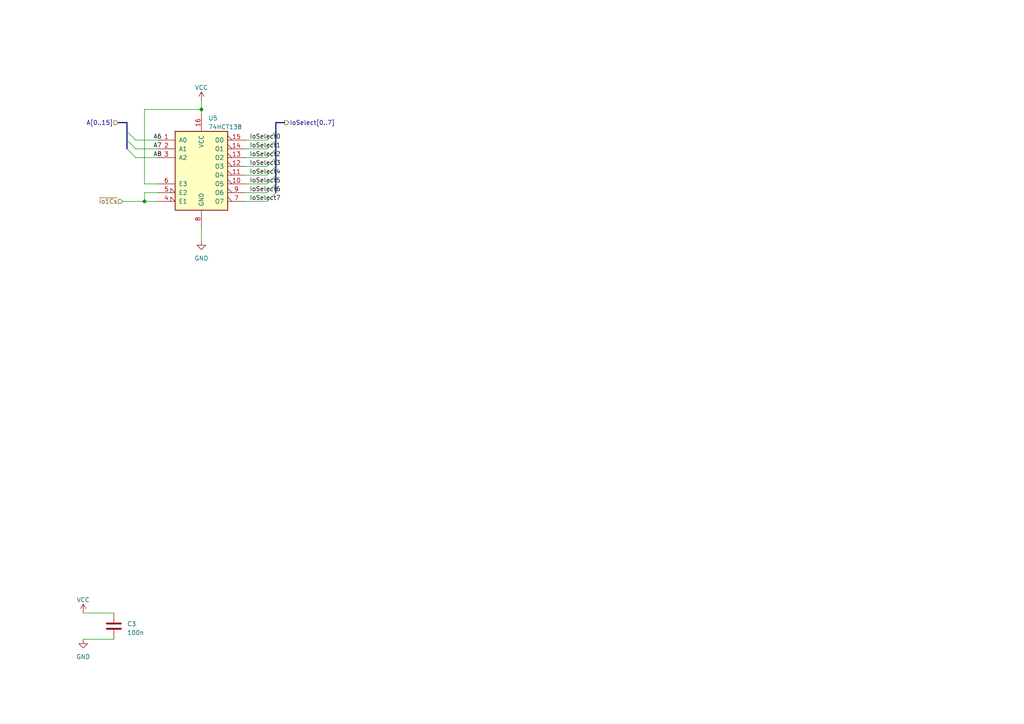
<source format=kicad_sch>
(kicad_sch (version 20230121) (generator eeschema)
  (paper "A4")
  (lib_symbols
    (symbol "74xx:74LS138" (pin_names (offset 1.016))
      (property "Reference" "U" (at -7.62 11.43 0))
      (property "Value" "74LS138" (at -7.62 -13.97 0))
      (symbol "74LS138_1_0"
        (pin input line (at -12.7 7.62 0) (length 5.08) (name "A0") (number "1"))
        (pin output output_low (at 12.7 -5.08 180) (length 5.08) (name "O5") (number "10"))
        (pin output output_low (at 12.7 -2.54 180) (length 5.08) (name "O4") (number "11"))
        (pin output output_low (at 12.7 0 180) (length 5.08) (name "O3") (number "12"))
        (pin output output_low (at 12.7 2.54 180) (length 5.08) (name "O2") (number "13"))
        (pin output output_low (at 12.7 5.08 180) (length 5.08) (name "O1") (number "14"))
        (pin output output_low (at 12.7 7.62 180) (length 5.08) (name "O0") (number "15"))
        (pin power_in line (at 0 15.24 270) (length 5.08) (name "VCC") (number "16"))
        (pin input line (at -12.7 5.08 0) (length 5.08) (name "A1") (number "2"))
        (pin input line (at -12.7 2.54 0) (length 5.08) (name "A2") (number "3"))
        (pin input input_low (at -12.7 -10.16 0) (length 5.08) (name "E1") (number "4"))
        (pin input input_low (at -12.7 -7.62 0) (length 5.08) (name "E2") (number "5"))
        (pin input line (at -12.7 -5.08 0) (length 5.08) (name "E3") (number "6"))
        (pin output output_low (at 12.7 -10.16 180) (length 5.08) (name "O7") (number "7"))
        (pin power_in line (at 0 -17.78 90) (length 5.08) (name "GND") (number "8"))
        (pin output output_low (at 12.7 -7.62 180) (length 5.08) (name "O6") (number "9"))
      )
      (symbol "74LS138_1_1"
        (rectangle (start -7.62 10.16) (end 7.62 -12.7) (stroke (width 0.254)) (fill (type background)))
      )
    )
    (symbol "Device:C" (pin_numbers hide) (pin_names (offset 0.254))
      (property "Reference" "C" (at 0.635 2.54 0))
      (property "Value" "C" (at 0.635 -2.54 0))
      (symbol "C_0_1"
        (polyline (pts (xy -2.032 -0.762) (xy 2.032 -0.762)) (stroke (width 0.508)))
        (polyline (pts (xy -2.032 0.762) (xy 2.032 0.762)) (stroke (width 0.508)))
      )
      (symbol "C_1_1"
        (pin passive line (at 0 3.81 270) (length 2.794) (name "~") (number "1"))
        (pin passive line (at 0 -3.81 90) (length 2.794) (name "~") (number "2"))
      )
    )
    (symbol "power:GND" (power) (pin_names (offset 0))
      (property "Value" "GND" (at 0 -3.81 0))
      (symbol "GND_0_1"
        (polyline (pts (xy 0 0) (xy 0 -1.27) (xy 1.27 -1.27) (xy 0 -2.54) (xy -1.27 -1.27) (xy 0 -1.27)))
      )
      (symbol "GND_1_1"
        (pin power_in line (at 0 0 270) (length 0) hide (name "GND") (number "1"))
      )
    )
    (symbol "power:VCC" (power) (pin_names (offset 0))
      (property "Value" "VCC" (at 0 3.81 0))
      (symbol "VCC_0_1"
        (polyline (pts (xy -0.762 1.27) (xy 0 2.54)))
        (polyline (pts (xy 0 0) (xy 0 2.54)))
        (polyline (pts (xy 0 2.54) (xy 0.762 1.27)))
      )
      (symbol "VCC_1_1"
        (pin power_in line (at 0 0 90) (length 0) hide (name "VCC") (number "1"))
      )
    )
  )
  (junction (at 58.42 31.75))
  (junction (at 41.91 58.42))
  (bus_entry (at 80.01 55.88) (size -2.54 2.54))
  (bus_entry (at 80.01 38.1) (size -2.54 2.54))
  (bus_entry (at 36.83 40.64) (size 2.54 2.54))
  (bus_entry (at 80.01 48.26) (size -2.54 2.54))
  (bus_entry (at 36.83 43.18) (size 2.54 2.54))
  (bus_entry (at 80.01 43.18) (size -2.54 2.54))
  (bus_entry (at 80.01 40.64) (size -2.54 2.54))
  (bus_entry (at 36.83 38.1) (size 2.54 2.54))
  (bus_entry (at 80.01 50.8) (size -2.54 2.54))
  (bus_entry (at 80.01 45.72) (size -2.54 2.54))
  (bus_entry (at 80.01 53.34) (size -2.54 2.54))
  (bus (pts (xy 80.01 40.64) (xy 80.01 43.18)))
  (wire (pts (xy 71.12 53.34) (xy 77.47 53.34)))
  (bus (pts (xy 80.01 48.26) (xy 80.01 50.8)))
  (wire (pts (xy 71.12 43.18) (xy 77.47 43.18)))
  (bus (pts (xy 36.83 40.64) (xy 36.83 43.18)))
  (wire (pts (xy 71.12 50.8) (xy 77.47 50.8)))
  (bus (pts (xy 80.01 35.56) (xy 80.01 38.1)))
  (wire (pts (xy 24.13 177.8) (xy 33.02 177.8)))
  (bus (pts (xy 36.83 38.1) (xy 36.83 40.64)))
  (wire (pts (xy 41.91 53.34) (xy 41.91 31.75)))
  (wire (pts (xy 39.37 43.18) (xy 45.72 43.18)))
  (wire (pts (xy 58.42 66.04) (xy 58.42 69.85)))
  (wire (pts (xy 71.12 40.64) (xy 77.47 40.64)))
  (bus (pts (xy 80.01 43.18) (xy 80.01 45.72)))
  (wire (pts (xy 45.72 53.34) (xy 41.91 53.34)))
  (bus (pts (xy 82.55 35.56) (xy 80.01 35.56)))
  (wire (pts (xy 41.91 55.88) (xy 41.91 58.42)))
  (bus (pts (xy 80.01 38.1) (xy 80.01 40.64)))
  (bus (pts (xy 80.01 45.72) (xy 80.01 48.26)))
  (wire (pts (xy 35.56 58.42) (xy 41.91 58.42)))
  (wire (pts (xy 71.12 45.72) (xy 77.47 45.72)))
  (wire (pts (xy 45.72 55.88) (xy 41.91 55.88)))
  (wire (pts (xy 71.12 55.88) (xy 77.47 55.88)))
  (wire (pts (xy 41.91 31.75) (xy 58.42 31.75)))
  (wire (pts (xy 71.12 48.26) (xy 77.47 48.26)))
  (wire (pts (xy 71.12 58.42) (xy 77.47 58.42)))
  (wire (pts (xy 41.91 58.42) (xy 45.72 58.42)))
  (bus (pts (xy 34.29 35.56) (xy 36.83 35.56)))
  (bus (pts (xy 36.83 35.56) (xy 36.83 38.1)))
  (wire (pts (xy 39.37 45.72) (xy 45.72 45.72)))
  (wire (pts (xy 58.42 31.75) (xy 58.42 33.02)))
  (bus (pts (xy 80.01 53.34) (xy 80.01 55.88)))
  (bus (pts (xy 80.01 50.8) (xy 80.01 53.34)))
  (wire (pts (xy 58.42 29.21) (xy 58.42 31.75)))
  (wire (pts (xy 24.13 185.42) (xy 33.02 185.42)))
  (wire (pts (xy 39.37 40.64) (xy 45.72 40.64)))
  (label "A8" (at 44.45 45.72 0))
  (label "IoSelect5" (at 72.39 53.34 0))
  (label "A6" (at 44.45 40.64 0))
  (label "IoSelect1" (at 72.39 43.18 0))
  (label "IoSelect0" (at 72.39 40.64 0))
  (label "IoSelect2" (at 72.39 45.72 0))
  (label "IoSelect4" (at 72.39 50.8 0))
  (label "IoSelect7" (at 72.39 58.42 0))
  (label "IoSelect6" (at 72.39 55.88 0))
  (label "A7" (at 44.45 43.18 0))
  (label "IoSelect3" (at 72.39 48.26 0))
  (hierarchical_label "A[0..15]" (shape input) (at 34.29 35.56 180))
  (hierarchical_label "~{Io1Cs}" (shape input) (at 35.56 58.42 180))
  (hierarchical_label "IoSelect[0..7]" (shape output) (at 82.55 35.56 0))
  (symbol (lib_id "power:GND") (at 58.42 69.85 0) (unit 1)
    (property "Reference" "#PWR012" (effects hide))
    (property "Value" "GND" (at 58.42 74.93 0))
    (instances (project "main-board" (path "" (reference "#PWR012") (unit 1)) (path "" (reference "#PWR014") (unit 1)) (path "" (reference "#PWR035") (unit 1))))
  )
  (symbol (lib_id "power:GND") (at 24.13 185.42 0) (unit 1)
    (property "Reference" "#PWR010" (effects hide))
    (property "Value" "GND" (at 24.13 190.5 0))
    (instances (project "main-board" (path "" (reference "#PWR010") (unit 1)) (path "" (reference "#PWR016") (unit 1)) (path "" (reference "#PWR033") (unit 1))))
  )
  (symbol (lib_id "74xx:74LS138") (at 58.42 48.26 0) (unit 1)
    (property "Reference" "U5" (at 60.3759 34.29 0) (effects (justify left)))
    (property "Value" "74HCT138" (at 60.3759 36.83 0) (effects (justify left)))
    (property "Footprint" "Package_DIP:DIP-16_W7.62mm" (effects hide))
    (property "Datasheet" "http://www.ti.com/lit/gpn/sn74LS138" (effects hide))
    (instances (project "main-board" (path "" (reference "U5") (unit 1)) (path "" (reference "U13") (unit 1))))
  )
  (symbol (lib_id "power:VCC") (at 24.13 177.8 0) (unit 1)
    (property "Reference" "#PWR09" (effects hide))
    (property "Value" "VCC" (at 24.13 173.99 0))
    (instances (project "main-board" (path "" (reference "#PWR09") (unit 1)) (path "" (reference "#PWR015") (unit 1)) (path "" (reference "#PWR032") (unit 1))))
  )
  (symbol (lib_id "power:VCC") (at 58.42 29.21 0) (unit 1)
    (property "Reference" "#PWR011" (effects hide))
    (property "Value" "VCC" (at 58.42 25.4 0))
    (instances (project "main-board" (path "" (reference "#PWR011") (unit 1)) (path "" (reference "#PWR013") (unit 1)) (path "" (reference "#PWR034") (unit 1))))
  )
  (symbol (lib_id "Device:C") (at 33.02 181.61 0) (unit 1)
    (property "Reference" "C3" (at 36.83 180.975 0) (effects (justify left)))
    (property "Value" "100n" (at 36.83 183.515 0) (effects (justify left)))
    (property "Footprint" "Capacitor_THT:C_Disc_D6.0mm_W2.5mm_P5.00mm" (effects hide))
    (instances (project "main-board" (path "" (reference "C3") (unit 1)) (path "" (reference "C4") (unit 1)) (path "" (reference "C7") (unit 1)) (path "" (reference "C8") (unit 1))))
  )
)
</source>
